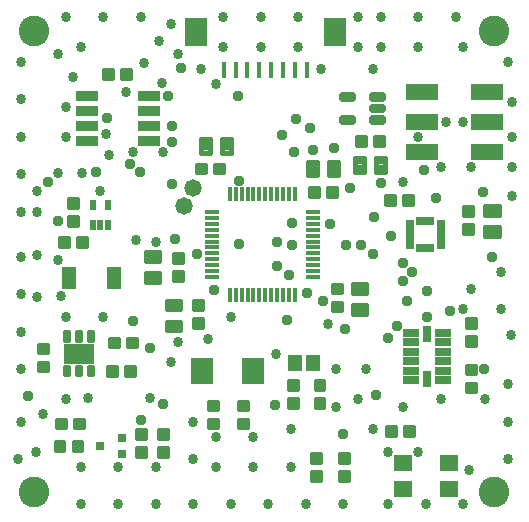
<source format=gbr>
G04 EAGLE Gerber RS-274X export*
G75*
%MOMM*%
%FSLAX34Y34*%
%LPD*%
%INSoldermask Top*%
%IPPOS*%
%AMOC8*
5,1,8,0,0,1.08239X$1,22.5*%
G01*
%ADD10C,2.603200*%
%ADD11C,0.463294*%
%ADD12C,0.425956*%
%ADD13C,0.395731*%
%ADD14C,0.305366*%
%ADD15R,2.603200X1.703200*%
%ADD16R,1.503200X1.353200*%
%ADD17R,1.853200X0.813200*%
%ADD18R,1.320800X0.711200*%
%ADD19R,0.711200X1.320800*%
%ADD20R,0.803200X0.553200*%
%ADD21R,0.553200X0.803200*%
%ADD22R,1.981200X2.235200*%
%ADD23R,0.403200X1.203200*%
%ADD24R,1.203200X0.403200*%
%ADD25R,1.203200X1.453200*%
%ADD26R,0.753200X0.803200*%
%ADD27R,0.400000X1.400000*%
%ADD28R,1.900000X2.350000*%
%ADD29C,1.473200*%
%ADD30R,1.203200X1.903200*%
%ADD31R,0.603200X0.903200*%
%ADD32C,0.519681*%
%ADD33R,2.703200X1.403200*%
%ADD34C,0.959600*%
%ADD35C,0.859600*%


D10*
X30000Y30000D03*
X420000Y30000D03*
X30000Y420000D03*
X420000Y420000D03*
D11*
X154275Y173960D02*
X154275Y166400D01*
X142905Y166400D01*
X142905Y173960D01*
X154275Y173960D01*
X154275Y170801D02*
X142905Y170801D01*
X154275Y184180D02*
X154275Y191740D01*
X154275Y184180D02*
X142905Y184180D01*
X142905Y191740D01*
X154275Y191740D01*
X154275Y188581D02*
X142905Y188581D01*
D12*
X210341Y90961D02*
X210341Y84299D01*
X203679Y84299D01*
X203679Y90961D01*
X210341Y90961D01*
X210341Y88346D02*
X203679Y88346D01*
X210341Y99539D02*
X210341Y106201D01*
X210341Y99539D02*
X203679Y99539D01*
X203679Y106201D01*
X210341Y106201D01*
X210341Y103586D02*
X203679Y103586D01*
X283689Y198599D02*
X283689Y205261D01*
X290351Y205261D01*
X290351Y198599D01*
X283689Y198599D01*
X283689Y202646D02*
X290351Y202646D01*
X283689Y190021D02*
X283689Y183359D01*
X283689Y190021D02*
X290351Y190021D01*
X290351Y183359D01*
X283689Y183359D01*
X283689Y187406D02*
X290351Y187406D01*
D11*
X300385Y198150D02*
X300385Y205710D01*
X311755Y205710D01*
X311755Y198150D01*
X300385Y198150D01*
X300385Y202551D02*
X311755Y202551D01*
X300385Y187930D02*
X300385Y180370D01*
X300385Y187930D02*
X311755Y187930D01*
X311755Y180370D01*
X300385Y180370D01*
X300385Y184771D02*
X311755Y184771D01*
D12*
X344649Y84611D02*
X351311Y84611D01*
X351311Y77949D01*
X344649Y77949D01*
X344649Y84611D01*
X344649Y81996D02*
X351311Y81996D01*
X336071Y84611D02*
X329409Y84611D01*
X336071Y84611D02*
X336071Y77949D01*
X329409Y77949D01*
X329409Y84611D01*
X329409Y81996D02*
X336071Y81996D01*
X401349Y248891D02*
X401349Y255553D01*
X401349Y248891D02*
X394687Y248891D01*
X394687Y255553D01*
X401349Y255553D01*
X401349Y252938D02*
X394687Y252938D01*
X401349Y264131D02*
X401349Y270793D01*
X401349Y264131D02*
X394687Y264131D01*
X394687Y270793D01*
X401349Y270793D01*
X401349Y268178D02*
X394687Y268178D01*
X34769Y154461D02*
X34769Y147799D01*
X34769Y154461D02*
X41431Y154461D01*
X41431Y147799D01*
X34769Y147799D01*
X34769Y151846D02*
X41431Y151846D01*
X34769Y139221D02*
X34769Y132559D01*
X34769Y139221D02*
X41431Y139221D01*
X41431Y132559D01*
X34769Y132559D01*
X34769Y136606D02*
X41431Y136606D01*
X89379Y380209D02*
X96041Y380209D01*
X89379Y380209D02*
X89379Y386871D01*
X96041Y386871D01*
X96041Y380209D01*
X96041Y384256D02*
X89379Y384256D01*
X104619Y380209D02*
X111281Y380209D01*
X104619Y380209D02*
X104619Y386871D01*
X111281Y386871D01*
X111281Y380209D01*
X111281Y384256D02*
X104619Y384256D01*
X172241Y176051D02*
X172241Y169389D01*
X165579Y169389D01*
X165579Y176051D01*
X172241Y176051D01*
X172241Y173436D02*
X165579Y173436D01*
X172241Y184629D02*
X172241Y191291D01*
X172241Y184629D02*
X165579Y184629D01*
X165579Y191291D01*
X172241Y191291D01*
X172241Y188676D02*
X165579Y188676D01*
D11*
X171480Y316895D02*
X179040Y316895D01*
X171480Y316895D02*
X171480Y328265D01*
X179040Y328265D01*
X179040Y316895D01*
X179040Y321296D02*
X171480Y321296D01*
X171480Y325697D02*
X179040Y325697D01*
X189260Y316895D02*
X196820Y316895D01*
X189260Y316895D02*
X189260Y328265D01*
X196820Y328265D01*
X196820Y316895D01*
X196820Y321296D02*
X189260Y321296D01*
X189260Y325697D02*
X196820Y325697D01*
D12*
X403381Y160811D02*
X403381Y154149D01*
X396719Y154149D01*
X396719Y160811D01*
X403381Y160811D01*
X403381Y158196D02*
X396719Y158196D01*
X403381Y169389D02*
X403381Y176051D01*
X403381Y169389D02*
X396719Y169389D01*
X396719Y176051D01*
X403381Y176051D01*
X403381Y173436D02*
X396719Y173436D01*
X396719Y136681D02*
X396719Y130019D01*
X396719Y136681D02*
X403381Y136681D01*
X403381Y130019D01*
X396719Y130019D01*
X396719Y134066D02*
X403381Y134066D01*
X396719Y121441D02*
X396719Y114779D01*
X396719Y121441D02*
X403381Y121441D01*
X403381Y114779D01*
X396719Y114779D01*
X396719Y118826D02*
X403381Y118826D01*
X350041Y280191D02*
X343379Y280191D01*
X350041Y280191D02*
X350041Y273529D01*
X343379Y273529D01*
X343379Y280191D01*
X343379Y277576D02*
X350041Y277576D01*
X334801Y280191D02*
X328139Y280191D01*
X334801Y280191D02*
X334801Y273529D01*
X328139Y273529D01*
X328139Y280191D01*
X328139Y277576D02*
X334801Y277576D01*
X174781Y300199D02*
X168119Y300199D01*
X168119Y306861D01*
X174781Y306861D01*
X174781Y300199D01*
X174781Y304246D02*
X168119Y304246D01*
X183359Y300199D02*
X190021Y300199D01*
X183359Y300199D02*
X183359Y306861D01*
X190021Y306861D01*
X190021Y300199D01*
X190021Y304246D02*
X183359Y304246D01*
X184941Y90961D02*
X184941Y84299D01*
X178279Y84299D01*
X178279Y90961D01*
X184941Y90961D01*
X184941Y88346D02*
X178279Y88346D01*
X184941Y99539D02*
X184941Y106201D01*
X184941Y99539D02*
X178279Y99539D01*
X178279Y106201D01*
X184941Y106201D01*
X184941Y103586D02*
X178279Y103586D01*
D13*
X54918Y65097D02*
X49222Y65097D01*
X49222Y72063D01*
X54918Y72063D01*
X54918Y65097D01*
X54918Y68856D02*
X49222Y68856D01*
X64462Y65097D02*
X70158Y65097D01*
X64462Y65097D02*
X64462Y72063D01*
X70158Y72063D01*
X70158Y65097D01*
X70158Y68856D02*
X64462Y68856D01*
D14*
X76691Y157731D02*
X76691Y164809D01*
X79869Y164809D01*
X79869Y157731D01*
X76691Y157731D01*
X76691Y160632D02*
X79869Y160632D01*
X79869Y163533D02*
X76691Y163533D01*
X66691Y164809D02*
X66691Y157731D01*
X66691Y164809D02*
X69869Y164809D01*
X69869Y157731D01*
X66691Y157731D01*
X66691Y160632D02*
X69869Y160632D01*
X69869Y163533D02*
X66691Y163533D01*
X56691Y164809D02*
X56691Y157731D01*
X56691Y164809D02*
X59869Y164809D01*
X59869Y157731D01*
X56691Y157731D01*
X56691Y160632D02*
X59869Y160632D01*
X59869Y163533D02*
X56691Y163533D01*
X56691Y135809D02*
X56691Y128731D01*
X56691Y135809D02*
X59869Y135809D01*
X59869Y128731D01*
X56691Y128731D01*
X56691Y131632D02*
X59869Y131632D01*
X59869Y134533D02*
X56691Y134533D01*
X66691Y135809D02*
X66691Y128731D01*
X66691Y135809D02*
X69869Y135809D01*
X69869Y128731D01*
X66691Y128731D01*
X66691Y131632D02*
X69869Y131632D01*
X69869Y134533D02*
X66691Y134533D01*
X76691Y135809D02*
X76691Y128731D01*
X76691Y135809D02*
X79869Y135809D01*
X79869Y128731D01*
X76691Y128731D01*
X76691Y131632D02*
X79869Y131632D01*
X79869Y134533D02*
X76691Y134533D01*
D15*
X68280Y146770D03*
D12*
X56671Y84299D02*
X50009Y84299D01*
X50009Y90961D01*
X56671Y90961D01*
X56671Y84299D01*
X56671Y88346D02*
X50009Y88346D01*
X65249Y84299D02*
X71911Y84299D01*
X65249Y84299D02*
X65249Y90961D01*
X71911Y90961D01*
X71911Y84299D01*
X71911Y88346D02*
X65249Y88346D01*
X93189Y128749D02*
X99851Y128749D01*
X93189Y128749D02*
X93189Y135411D01*
X99851Y135411D01*
X99851Y128749D01*
X99851Y132796D02*
X93189Y132796D01*
X108429Y128749D02*
X115091Y128749D01*
X108429Y128749D02*
X108429Y135411D01*
X115091Y135411D01*
X115091Y128749D01*
X115091Y132796D02*
X108429Y132796D01*
X101121Y152879D02*
X94459Y152879D01*
X94459Y159541D01*
X101121Y159541D01*
X101121Y152879D01*
X101121Y156926D02*
X94459Y156926D01*
X109699Y152879D02*
X116361Y152879D01*
X109699Y152879D02*
X109699Y159541D01*
X116361Y159541D01*
X116361Y152879D01*
X116361Y156926D02*
X109699Y156926D01*
D16*
X342820Y53890D03*
X342820Y32390D03*
X381820Y32390D03*
X381820Y53890D03*
D17*
X75250Y364490D03*
X75250Y351790D03*
X75250Y339090D03*
X75250Y326390D03*
X127950Y326390D03*
X127950Y339090D03*
X127950Y351790D03*
X127950Y364490D03*
D18*
X376616Y124234D03*
X376616Y132362D03*
X376616Y140236D03*
X376616Y148364D03*
X376616Y156238D03*
X376616Y164366D03*
D19*
X362900Y163096D03*
D18*
X349184Y164366D03*
X349184Y156238D03*
X349184Y148364D03*
X349184Y140236D03*
X349184Y132362D03*
X349184Y124234D03*
D19*
X362900Y125504D03*
D20*
X348830Y257690D03*
X348830Y252690D03*
X348830Y247690D03*
X348830Y242690D03*
X348830Y237690D03*
D21*
X356680Y236040D03*
X361680Y236040D03*
X366680Y236040D03*
D20*
X374530Y237690D03*
X374530Y242690D03*
X374530Y247690D03*
X374530Y252690D03*
X374530Y257690D03*
D21*
X366680Y259340D03*
X361680Y259340D03*
X356680Y259340D03*
D22*
X215730Y131910D03*
X172550Y131910D03*
D23*
X196150Y196700D03*
X201150Y196700D03*
X206150Y196700D03*
X211150Y196700D03*
X216150Y196700D03*
X221150Y196700D03*
X226150Y196700D03*
X231150Y196700D03*
X236150Y196700D03*
X241150Y196700D03*
X246150Y196700D03*
X251150Y196700D03*
D24*
X266150Y211700D03*
X266150Y216700D03*
X266150Y221700D03*
X266150Y226700D03*
X266150Y231700D03*
X266150Y236700D03*
X266150Y241700D03*
X266150Y246700D03*
X266150Y251700D03*
X266150Y256700D03*
X266150Y261700D03*
X266150Y266700D03*
D23*
X251150Y281700D03*
X246150Y281700D03*
X241150Y281700D03*
X236150Y281700D03*
X231150Y281700D03*
X226150Y281700D03*
X221150Y281700D03*
X216150Y281700D03*
X211150Y281700D03*
X206150Y281700D03*
X201150Y281700D03*
X196150Y281700D03*
D24*
X181150Y266700D03*
X181150Y261700D03*
X181150Y256700D03*
X181150Y251700D03*
X181150Y246700D03*
X181150Y241700D03*
X181150Y236700D03*
X181150Y231700D03*
X181150Y226700D03*
X181150Y221700D03*
X181150Y216700D03*
X181150Y211700D03*
D12*
X149029Y224299D02*
X149029Y230961D01*
X155691Y230961D01*
X155691Y224299D01*
X149029Y224299D01*
X149029Y228346D02*
X155691Y228346D01*
X149029Y215721D02*
X149029Y209059D01*
X149029Y215721D02*
X155691Y215721D01*
X155691Y209059D01*
X149029Y209059D01*
X149029Y213106D02*
X155691Y213106D01*
D11*
X124925Y224970D02*
X124925Y232530D01*
X136295Y232530D01*
X136295Y224970D01*
X124925Y224970D01*
X124925Y229371D02*
X136295Y229371D01*
X124925Y214750D02*
X124925Y207190D01*
X124925Y214750D02*
X136295Y214750D01*
X136295Y207190D01*
X124925Y207190D01*
X124925Y211591D02*
X136295Y211591D01*
D25*
X266710Y138880D03*
X251710Y138880D03*
D12*
X246349Y123341D02*
X246349Y116679D01*
X246349Y123341D02*
X253011Y123341D01*
X253011Y116679D01*
X246349Y116679D01*
X246349Y120726D02*
X253011Y120726D01*
X246349Y108101D02*
X246349Y101439D01*
X246349Y108101D02*
X253011Y108101D01*
X253011Y101439D01*
X246349Y101439D01*
X246349Y105486D02*
X253011Y105486D01*
X268739Y116679D02*
X268739Y123341D01*
X275401Y123341D01*
X275401Y116679D01*
X268739Y116679D01*
X268739Y120726D02*
X275401Y120726D01*
X268739Y108101D02*
X268739Y101439D01*
X268739Y108101D02*
X275401Y108101D01*
X275401Y101439D01*
X268739Y101439D01*
X268739Y105486D02*
X275401Y105486D01*
X117319Y82071D02*
X117319Y75409D01*
X117319Y82071D02*
X123981Y82071D01*
X123981Y75409D01*
X117319Y75409D01*
X117319Y79456D02*
X123981Y79456D01*
X117319Y66831D02*
X117319Y60169D01*
X117319Y66831D02*
X123981Y66831D01*
X123981Y60169D01*
X117319Y60169D01*
X117319Y64216D02*
X123981Y64216D01*
X136369Y75409D02*
X136369Y82071D01*
X143031Y82071D01*
X143031Y75409D01*
X136369Y75409D01*
X136369Y79456D02*
X143031Y79456D01*
X136369Y66831D02*
X136369Y60169D01*
X136369Y66831D02*
X143031Y66831D01*
X143031Y60169D01*
X136369Y60169D01*
X136369Y64216D02*
X143031Y64216D01*
D26*
X104500Y62080D03*
X104500Y75080D03*
X86000Y68580D03*
D27*
X261060Y386600D03*
X251060Y386600D03*
X241060Y386600D03*
X231060Y386600D03*
X221060Y386600D03*
X211060Y386600D03*
X201060Y386600D03*
X191060Y386600D03*
D28*
X167060Y419100D03*
X285060Y419100D03*
D11*
X423769Y253716D02*
X423769Y246156D01*
X412399Y246156D01*
X412399Y253716D01*
X423769Y253716D01*
X423769Y250557D02*
X412399Y250557D01*
X423769Y263936D02*
X423769Y271496D01*
X423769Y263936D02*
X412399Y263936D01*
X412399Y271496D01*
X423769Y271496D01*
X423769Y268337D02*
X412399Y268337D01*
D29*
X165100Y287020D03*
X157480Y271780D03*
D30*
X97740Y210820D03*
X59740Y210820D03*
D12*
X67789Y244631D02*
X74451Y244631D01*
X74451Y237969D01*
X67789Y237969D01*
X67789Y244631D01*
X67789Y242016D02*
X74451Y242016D01*
X59211Y244631D02*
X52549Y244631D01*
X59211Y244631D02*
X59211Y237969D01*
X52549Y237969D01*
X52549Y244631D01*
X52549Y242016D02*
X59211Y242016D01*
D31*
X79860Y255660D03*
X86360Y255660D03*
X92860Y255660D03*
X92860Y272660D03*
X79860Y272660D03*
D12*
X66831Y262411D02*
X66831Y255749D01*
X60169Y255749D01*
X60169Y262411D01*
X66831Y262411D01*
X66831Y259796D02*
X60169Y259796D01*
X66831Y270989D02*
X66831Y277651D01*
X66831Y270989D02*
X60169Y270989D01*
X60169Y277651D01*
X66831Y277651D01*
X66831Y275036D02*
X60169Y275036D01*
D32*
X316392Y346423D02*
X325928Y346423D01*
X325928Y343237D01*
X316392Y343237D01*
X316392Y346423D01*
X316392Y355923D02*
X325928Y355923D01*
X325928Y352737D01*
X316392Y352737D01*
X316392Y355923D01*
X316392Y365423D02*
X325928Y365423D01*
X325928Y362237D01*
X316392Y362237D01*
X316392Y365423D01*
X300828Y362237D02*
X291292Y362237D01*
X291292Y365423D01*
X300828Y365423D01*
X300828Y362237D01*
X300828Y343237D02*
X291292Y343237D01*
X291292Y346423D01*
X300828Y346423D01*
X300828Y343237D01*
D11*
X320070Y312009D02*
X327630Y312009D01*
X327630Y300639D01*
X320070Y300639D01*
X320070Y312009D01*
X320070Y305040D02*
X327630Y305040D01*
X327630Y309441D02*
X320070Y309441D01*
X309850Y312009D02*
X302290Y312009D01*
X309850Y312009D02*
X309850Y300639D01*
X302290Y300639D01*
X302290Y312009D01*
X302290Y305040D02*
X309850Y305040D01*
X309850Y309441D02*
X302290Y309441D01*
D33*
X413580Y317900D03*
X413580Y342900D03*
X413580Y367900D03*
X358580Y317900D03*
X358580Y342900D03*
X358580Y367900D03*
D12*
X325911Y329975D02*
X319249Y329975D01*
X325911Y329975D02*
X325911Y323313D01*
X319249Y323313D01*
X319249Y329975D01*
X319249Y327360D02*
X325911Y327360D01*
X310671Y329975D02*
X304009Y329975D01*
X310671Y329975D02*
X310671Y323313D01*
X304009Y323313D01*
X304009Y329975D01*
X304009Y327360D02*
X310671Y327360D01*
D11*
X288006Y309215D02*
X280446Y309215D01*
X288006Y309215D02*
X288006Y297845D01*
X280446Y297845D01*
X280446Y309215D01*
X280446Y302246D02*
X288006Y302246D01*
X288006Y306647D02*
X280446Y306647D01*
X270226Y309215D02*
X262666Y309215D01*
X270226Y309215D02*
X270226Y297845D01*
X262666Y297845D01*
X262666Y309215D01*
X262666Y302246D02*
X270226Y302246D01*
X270226Y306647D02*
X262666Y306647D01*
D12*
X279371Y287303D02*
X286033Y287303D01*
X286033Y280641D01*
X279371Y280641D01*
X279371Y287303D01*
X279371Y284688D02*
X286033Y284688D01*
X270793Y287303D02*
X264131Y287303D01*
X270793Y287303D02*
X270793Y280641D01*
X264131Y280641D01*
X264131Y287303D01*
X264131Y284688D02*
X270793Y284688D01*
X289277Y61497D02*
X289277Y54835D01*
X289277Y61497D02*
X295939Y61497D01*
X295939Y54835D01*
X289277Y54835D01*
X289277Y58882D02*
X295939Y58882D01*
X289277Y46257D02*
X289277Y39595D01*
X289277Y46257D02*
X295939Y46257D01*
X295939Y39595D01*
X289277Y39595D01*
X289277Y43642D02*
X295939Y43642D01*
X265401Y54835D02*
X265401Y61497D01*
X272063Y61497D01*
X272063Y54835D01*
X265401Y54835D01*
X265401Y58882D02*
X272063Y58882D01*
X265401Y46257D02*
X265401Y39595D01*
X265401Y46257D02*
X272063Y46257D01*
X272063Y39595D01*
X265401Y39595D01*
X265401Y43642D02*
X272063Y43642D01*
D34*
X143764Y364490D03*
X202692Y364744D03*
X297688Y287020D03*
X293370Y167640D03*
X382270Y182880D03*
X266446Y319024D03*
X318262Y262382D03*
X370840Y278384D03*
X50800Y259080D03*
X323850Y291084D03*
X284480Y320548D03*
X244856Y175270D03*
X411480Y133350D03*
X418084Y228346D03*
X410464Y283972D03*
X203718Y293068D03*
X275198Y191209D03*
X120650Y90170D03*
X25146Y111252D03*
X234188Y103646D03*
X147066Y290068D03*
D35*
X33020Y284480D03*
X50800Y299800D03*
X19050Y361950D03*
X19050Y330200D03*
X57150Y355600D03*
X57150Y330200D03*
X91440Y332740D03*
X93980Y314960D03*
X114300Y317500D03*
X139700Y317500D03*
X107950Y368300D03*
X71120Y299720D03*
X86360Y284480D03*
X19050Y298450D03*
X19050Y266700D03*
X33020Y266700D03*
X116840Y242570D03*
X133350Y241300D03*
X19050Y228600D03*
X33020Y229870D03*
X88900Y177800D03*
X57150Y177800D03*
X33020Y194310D03*
X19050Y196850D03*
X19050Y165100D03*
X50800Y226060D03*
X53340Y195580D03*
X19050Y133350D03*
X76200Y109220D03*
X57150Y107950D03*
X38100Y95250D03*
X19050Y88900D03*
X128270Y109220D03*
X16510Y57150D03*
X31750Y63500D03*
X69850Y50800D03*
X101600Y50800D03*
X133350Y50800D03*
X69850Y19050D03*
X101600Y19050D03*
X133350Y19050D03*
X165100Y19050D03*
X165100Y88900D03*
X165100Y57150D03*
X184150Y76200D03*
X215900Y76200D03*
X215900Y50800D03*
X184150Y50800D03*
X196850Y19050D03*
X228600Y19050D03*
X247650Y50800D03*
X247650Y82550D03*
X260350Y19050D03*
X292100Y19050D03*
X317500Y82550D03*
X330200Y63500D03*
X355600Y63500D03*
X330200Y19050D03*
X361950Y19050D03*
X393700Y19050D03*
X431800Y57150D03*
X431800Y88900D03*
X285750Y101600D03*
X304800Y107950D03*
X285750Y133350D03*
X311150Y133350D03*
X342900Y101600D03*
X374650Y107950D03*
X412400Y107950D03*
X431800Y120650D03*
X398780Y48260D03*
X434340Y162560D03*
X146050Y139700D03*
X152400Y156210D03*
X177800Y158750D03*
X196850Y177800D03*
X234950Y146050D03*
X279400Y171450D03*
X425450Y184150D03*
X393700Y184150D03*
X400050Y201850D03*
X425450Y215900D03*
X434800Y280400D03*
X434800Y304800D03*
X434800Y330200D03*
X379000Y342900D03*
X393700Y342900D03*
X400050Y304800D03*
X374650Y304800D03*
X355600Y330200D03*
X434800Y359950D03*
X342900Y292100D03*
X431800Y393700D03*
X393700Y406400D03*
X387350Y431800D03*
X355600Y431800D03*
X355600Y406400D03*
X323850Y431800D03*
X323850Y406400D03*
X304800Y431800D03*
X304800Y406400D03*
X317500Y387350D03*
X273050Y387350D03*
X254000Y406400D03*
X254000Y431800D03*
X222250Y431800D03*
X222250Y406400D03*
X190500Y431800D03*
X190500Y406400D03*
X184150Y374650D03*
X171450Y387350D03*
X152400Y400050D03*
X146050Y425450D03*
X135890Y411480D03*
X120650Y431800D03*
X123190Y392430D03*
X138430Y375920D03*
X88900Y431800D03*
X57150Y431800D03*
X50800Y400050D03*
X69850Y406400D03*
X63500Y381000D03*
X19050Y393700D03*
D34*
X320040Y111760D03*
X111760Y307340D03*
X281178Y256794D03*
X317500Y231140D03*
X350520Y215900D03*
X307340Y238760D03*
X342900Y223520D03*
X294640Y238760D03*
X342900Y208280D03*
X149860Y243840D03*
X128270Y151130D03*
X114300Y173990D03*
X168739Y230969D03*
X146812Y326136D03*
X240284Y332112D03*
X92202Y345948D03*
X252222Y345694D03*
X147320Y339090D03*
X250190Y317500D03*
X236220Y220980D03*
X363220Y177800D03*
X248910Y238760D03*
X346202Y191008D03*
X332486Y246380D03*
X363220Y199390D03*
X246380Y213360D03*
X337820Y170180D03*
X261620Y198120D03*
X330200Y160020D03*
X41910Y292100D03*
X139700Y104140D03*
X236220Y241300D03*
X154940Y388620D03*
X248393Y257328D03*
X119729Y300216D03*
X83045Y300216D03*
X360680Y302260D03*
X203708Y239268D03*
X292354Y78486D03*
X264195Y337743D03*
X182836Y200706D03*
M02*

</source>
